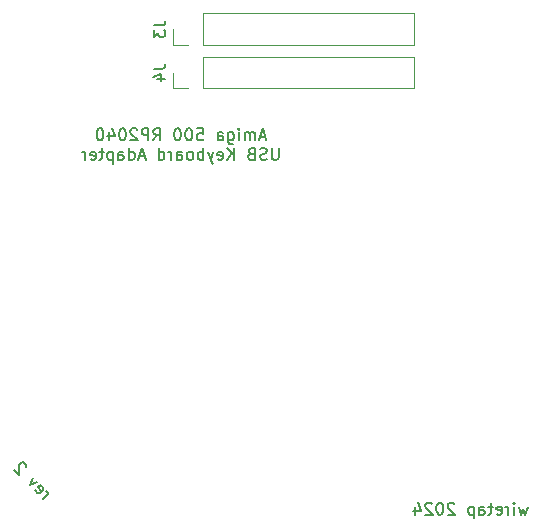
<source format=gbo>
G04 #@! TF.GenerationSoftware,KiCad,Pcbnew,(5.1.6)-1*
G04 #@! TF.CreationDate,2024-01-16T16:58:56-05:00*
G04 #@! TF.ProjectId,amiga-500-usb-kb-stamp,616d6967-612d-4353-9030-2d7573622d6b,rev?*
G04 #@! TF.SameCoordinates,Original*
G04 #@! TF.FileFunction,Legend,Bot*
G04 #@! TF.FilePolarity,Positive*
%FSLAX46Y46*%
G04 Gerber Fmt 4.6, Leading zero omitted, Abs format (unit mm)*
G04 Created by KiCad (PCBNEW (5.1.6)-1) date 2024-01-16 16:58:56*
%MOMM*%
%LPD*%
G01*
G04 APERTURE LIST*
%ADD10C,0.150000*%
%ADD11C,0.120000*%
%ADD12C,1.950000*%
%ADD13R,1.800000X1.800000*%
%ADD14O,1.800000X1.800000*%
%ADD15C,1.700000*%
%ADD16O,1.700000X1.700000*%
%ADD17O,1.450000X1.450000*%
%ADD18C,1.450000*%
G04 APERTURE END LIST*
D10*
X116733137Y-115594900D02*
X117204541Y-115123496D01*
X117069854Y-115258183D02*
X117103526Y-115157167D01*
X117103526Y-115089824D01*
X117069854Y-114988809D01*
X117002511Y-114921465D01*
X116059702Y-114854122D02*
X116093374Y-114955137D01*
X116228061Y-115089824D01*
X116329076Y-115123496D01*
X116430091Y-115089824D01*
X116699465Y-114820450D01*
X116733137Y-114719435D01*
X116699465Y-114618419D01*
X116564778Y-114483732D01*
X116463763Y-114450061D01*
X116362748Y-114483732D01*
X116295404Y-114551076D01*
X116564778Y-114955137D01*
X116228061Y-114147015D02*
X115588297Y-114450061D01*
X115891343Y-113810297D01*
X115285251Y-112867488D02*
X115285251Y-112800145D01*
X115251580Y-112699129D01*
X115083221Y-112530771D01*
X114982206Y-112497099D01*
X114914862Y-112497099D01*
X114813847Y-112530771D01*
X114746503Y-112598114D01*
X114679160Y-112732801D01*
X114679160Y-113540923D01*
X114241427Y-113103190D01*
X157741333Y-116244714D02*
X157550857Y-116911380D01*
X157360380Y-116435190D01*
X157169904Y-116911380D01*
X156979428Y-116244714D01*
X156598476Y-116911380D02*
X156598476Y-116244714D01*
X156598476Y-115911380D02*
X156646095Y-115959000D01*
X156598476Y-116006619D01*
X156550857Y-115959000D01*
X156598476Y-115911380D01*
X156598476Y-116006619D01*
X156122285Y-116911380D02*
X156122285Y-116244714D01*
X156122285Y-116435190D02*
X156074666Y-116339952D01*
X156027047Y-116292333D01*
X155931809Y-116244714D01*
X155836571Y-116244714D01*
X155122285Y-116863761D02*
X155217523Y-116911380D01*
X155408000Y-116911380D01*
X155503238Y-116863761D01*
X155550857Y-116768523D01*
X155550857Y-116387571D01*
X155503238Y-116292333D01*
X155408000Y-116244714D01*
X155217523Y-116244714D01*
X155122285Y-116292333D01*
X155074666Y-116387571D01*
X155074666Y-116482809D01*
X155550857Y-116578047D01*
X154788952Y-116244714D02*
X154408000Y-116244714D01*
X154646095Y-115911380D02*
X154646095Y-116768523D01*
X154598476Y-116863761D01*
X154503238Y-116911380D01*
X154408000Y-116911380D01*
X153646095Y-116911380D02*
X153646095Y-116387571D01*
X153693714Y-116292333D01*
X153788952Y-116244714D01*
X153979428Y-116244714D01*
X154074666Y-116292333D01*
X153646095Y-116863761D02*
X153741333Y-116911380D01*
X153979428Y-116911380D01*
X154074666Y-116863761D01*
X154122285Y-116768523D01*
X154122285Y-116673285D01*
X154074666Y-116578047D01*
X153979428Y-116530428D01*
X153741333Y-116530428D01*
X153646095Y-116482809D01*
X153169904Y-116244714D02*
X153169904Y-117244714D01*
X153169904Y-116292333D02*
X153074666Y-116244714D01*
X152884190Y-116244714D01*
X152788952Y-116292333D01*
X152741333Y-116339952D01*
X152693714Y-116435190D01*
X152693714Y-116720904D01*
X152741333Y-116816142D01*
X152788952Y-116863761D01*
X152884190Y-116911380D01*
X153074666Y-116911380D01*
X153169904Y-116863761D01*
X151550857Y-116006619D02*
X151503238Y-115959000D01*
X151408000Y-115911380D01*
X151169904Y-115911380D01*
X151074666Y-115959000D01*
X151027047Y-116006619D01*
X150979428Y-116101857D01*
X150979428Y-116197095D01*
X151027047Y-116339952D01*
X151598476Y-116911380D01*
X150979428Y-116911380D01*
X150360380Y-115911380D02*
X150265142Y-115911380D01*
X150169904Y-115959000D01*
X150122285Y-116006619D01*
X150074666Y-116101857D01*
X150027047Y-116292333D01*
X150027047Y-116530428D01*
X150074666Y-116720904D01*
X150122285Y-116816142D01*
X150169904Y-116863761D01*
X150265142Y-116911380D01*
X150360380Y-116911380D01*
X150455619Y-116863761D01*
X150503238Y-116816142D01*
X150550857Y-116720904D01*
X150598476Y-116530428D01*
X150598476Y-116292333D01*
X150550857Y-116101857D01*
X150503238Y-116006619D01*
X150455619Y-115959000D01*
X150360380Y-115911380D01*
X149646095Y-116006619D02*
X149598476Y-115959000D01*
X149503238Y-115911380D01*
X149265142Y-115911380D01*
X149169904Y-115959000D01*
X149122285Y-116006619D01*
X149074666Y-116101857D01*
X149074666Y-116197095D01*
X149122285Y-116339952D01*
X149693714Y-116911380D01*
X149074666Y-116911380D01*
X148217523Y-116244714D02*
X148217523Y-116911380D01*
X148455619Y-115863761D02*
X148693714Y-116578047D01*
X148074666Y-116578047D01*
X135539857Y-84939666D02*
X135063666Y-84939666D01*
X135635095Y-85225380D02*
X135301761Y-84225380D01*
X134968428Y-85225380D01*
X134635095Y-85225380D02*
X134635095Y-84558714D01*
X134635095Y-84653952D02*
X134587476Y-84606333D01*
X134492238Y-84558714D01*
X134349380Y-84558714D01*
X134254142Y-84606333D01*
X134206523Y-84701571D01*
X134206523Y-85225380D01*
X134206523Y-84701571D02*
X134158904Y-84606333D01*
X134063666Y-84558714D01*
X133920809Y-84558714D01*
X133825571Y-84606333D01*
X133777952Y-84701571D01*
X133777952Y-85225380D01*
X133301761Y-85225380D02*
X133301761Y-84558714D01*
X133301761Y-84225380D02*
X133349380Y-84273000D01*
X133301761Y-84320619D01*
X133254142Y-84273000D01*
X133301761Y-84225380D01*
X133301761Y-84320619D01*
X132397000Y-84558714D02*
X132397000Y-85368238D01*
X132444619Y-85463476D01*
X132492238Y-85511095D01*
X132587476Y-85558714D01*
X132730333Y-85558714D01*
X132825571Y-85511095D01*
X132397000Y-85177761D02*
X132492238Y-85225380D01*
X132682714Y-85225380D01*
X132777952Y-85177761D01*
X132825571Y-85130142D01*
X132873190Y-85034904D01*
X132873190Y-84749190D01*
X132825571Y-84653952D01*
X132777952Y-84606333D01*
X132682714Y-84558714D01*
X132492238Y-84558714D01*
X132397000Y-84606333D01*
X131492238Y-85225380D02*
X131492238Y-84701571D01*
X131539857Y-84606333D01*
X131635095Y-84558714D01*
X131825571Y-84558714D01*
X131920809Y-84606333D01*
X131492238Y-85177761D02*
X131587476Y-85225380D01*
X131825571Y-85225380D01*
X131920809Y-85177761D01*
X131968428Y-85082523D01*
X131968428Y-84987285D01*
X131920809Y-84892047D01*
X131825571Y-84844428D01*
X131587476Y-84844428D01*
X131492238Y-84796809D01*
X129777952Y-84225380D02*
X130254142Y-84225380D01*
X130301761Y-84701571D01*
X130254142Y-84653952D01*
X130158904Y-84606333D01*
X129920809Y-84606333D01*
X129825571Y-84653952D01*
X129777952Y-84701571D01*
X129730333Y-84796809D01*
X129730333Y-85034904D01*
X129777952Y-85130142D01*
X129825571Y-85177761D01*
X129920809Y-85225380D01*
X130158904Y-85225380D01*
X130254142Y-85177761D01*
X130301761Y-85130142D01*
X129111285Y-84225380D02*
X129016047Y-84225380D01*
X128920809Y-84273000D01*
X128873190Y-84320619D01*
X128825571Y-84415857D01*
X128777952Y-84606333D01*
X128777952Y-84844428D01*
X128825571Y-85034904D01*
X128873190Y-85130142D01*
X128920809Y-85177761D01*
X129016047Y-85225380D01*
X129111285Y-85225380D01*
X129206523Y-85177761D01*
X129254142Y-85130142D01*
X129301761Y-85034904D01*
X129349380Y-84844428D01*
X129349380Y-84606333D01*
X129301761Y-84415857D01*
X129254142Y-84320619D01*
X129206523Y-84273000D01*
X129111285Y-84225380D01*
X128158904Y-84225380D02*
X128063666Y-84225380D01*
X127968428Y-84273000D01*
X127920809Y-84320619D01*
X127873190Y-84415857D01*
X127825571Y-84606333D01*
X127825571Y-84844428D01*
X127873190Y-85034904D01*
X127920809Y-85130142D01*
X127968428Y-85177761D01*
X128063666Y-85225380D01*
X128158904Y-85225380D01*
X128254142Y-85177761D01*
X128301761Y-85130142D01*
X128349380Y-85034904D01*
X128397000Y-84844428D01*
X128397000Y-84606333D01*
X128349380Y-84415857D01*
X128301761Y-84320619D01*
X128254142Y-84273000D01*
X128158904Y-84225380D01*
X126063666Y-85225380D02*
X126397000Y-84749190D01*
X126635095Y-85225380D02*
X126635095Y-84225380D01*
X126254142Y-84225380D01*
X126158904Y-84273000D01*
X126111285Y-84320619D01*
X126063666Y-84415857D01*
X126063666Y-84558714D01*
X126111285Y-84653952D01*
X126158904Y-84701571D01*
X126254142Y-84749190D01*
X126635095Y-84749190D01*
X125635095Y-85225380D02*
X125635095Y-84225380D01*
X125254142Y-84225380D01*
X125158904Y-84273000D01*
X125111285Y-84320619D01*
X125063666Y-84415857D01*
X125063666Y-84558714D01*
X125111285Y-84653952D01*
X125158904Y-84701571D01*
X125254142Y-84749190D01*
X125635095Y-84749190D01*
X124682714Y-84320619D02*
X124635095Y-84273000D01*
X124539857Y-84225380D01*
X124301761Y-84225380D01*
X124206523Y-84273000D01*
X124158904Y-84320619D01*
X124111285Y-84415857D01*
X124111285Y-84511095D01*
X124158904Y-84653952D01*
X124730333Y-85225380D01*
X124111285Y-85225380D01*
X123492238Y-84225380D02*
X123397000Y-84225380D01*
X123301761Y-84273000D01*
X123254142Y-84320619D01*
X123206523Y-84415857D01*
X123158904Y-84606333D01*
X123158904Y-84844428D01*
X123206523Y-85034904D01*
X123254142Y-85130142D01*
X123301761Y-85177761D01*
X123397000Y-85225380D01*
X123492238Y-85225380D01*
X123587476Y-85177761D01*
X123635095Y-85130142D01*
X123682714Y-85034904D01*
X123730333Y-84844428D01*
X123730333Y-84606333D01*
X123682714Y-84415857D01*
X123635095Y-84320619D01*
X123587476Y-84273000D01*
X123492238Y-84225380D01*
X122301761Y-84558714D02*
X122301761Y-85225380D01*
X122539857Y-84177761D02*
X122777952Y-84892047D01*
X122158904Y-84892047D01*
X121587476Y-84225380D02*
X121492238Y-84225380D01*
X121397000Y-84273000D01*
X121349380Y-84320619D01*
X121301761Y-84415857D01*
X121254142Y-84606333D01*
X121254142Y-84844428D01*
X121301761Y-85034904D01*
X121349380Y-85130142D01*
X121397000Y-85177761D01*
X121492238Y-85225380D01*
X121587476Y-85225380D01*
X121682714Y-85177761D01*
X121730333Y-85130142D01*
X121777952Y-85034904D01*
X121825571Y-84844428D01*
X121825571Y-84606333D01*
X121777952Y-84415857D01*
X121730333Y-84320619D01*
X121682714Y-84273000D01*
X121587476Y-84225380D01*
X136658904Y-85875380D02*
X136658904Y-86684904D01*
X136611285Y-86780142D01*
X136563666Y-86827761D01*
X136468428Y-86875380D01*
X136277952Y-86875380D01*
X136182714Y-86827761D01*
X136135095Y-86780142D01*
X136087476Y-86684904D01*
X136087476Y-85875380D01*
X135658904Y-86827761D02*
X135516047Y-86875380D01*
X135277952Y-86875380D01*
X135182714Y-86827761D01*
X135135095Y-86780142D01*
X135087476Y-86684904D01*
X135087476Y-86589666D01*
X135135095Y-86494428D01*
X135182714Y-86446809D01*
X135277952Y-86399190D01*
X135468428Y-86351571D01*
X135563666Y-86303952D01*
X135611285Y-86256333D01*
X135658904Y-86161095D01*
X135658904Y-86065857D01*
X135611285Y-85970619D01*
X135563666Y-85923000D01*
X135468428Y-85875380D01*
X135230333Y-85875380D01*
X135087476Y-85923000D01*
X134325571Y-86351571D02*
X134182714Y-86399190D01*
X134135095Y-86446809D01*
X134087476Y-86542047D01*
X134087476Y-86684904D01*
X134135095Y-86780142D01*
X134182714Y-86827761D01*
X134277952Y-86875380D01*
X134658904Y-86875380D01*
X134658904Y-85875380D01*
X134325571Y-85875380D01*
X134230333Y-85923000D01*
X134182714Y-85970619D01*
X134135095Y-86065857D01*
X134135095Y-86161095D01*
X134182714Y-86256333D01*
X134230333Y-86303952D01*
X134325571Y-86351571D01*
X134658904Y-86351571D01*
X132897000Y-86875380D02*
X132897000Y-85875380D01*
X132325571Y-86875380D02*
X132754142Y-86303952D01*
X132325571Y-85875380D02*
X132897000Y-86446809D01*
X131516047Y-86827761D02*
X131611285Y-86875380D01*
X131801761Y-86875380D01*
X131897000Y-86827761D01*
X131944619Y-86732523D01*
X131944619Y-86351571D01*
X131897000Y-86256333D01*
X131801761Y-86208714D01*
X131611285Y-86208714D01*
X131516047Y-86256333D01*
X131468428Y-86351571D01*
X131468428Y-86446809D01*
X131944619Y-86542047D01*
X131135095Y-86208714D02*
X130897000Y-86875380D01*
X130658904Y-86208714D02*
X130897000Y-86875380D01*
X130992238Y-87113476D01*
X131039857Y-87161095D01*
X131135095Y-87208714D01*
X130277952Y-86875380D02*
X130277952Y-85875380D01*
X130277952Y-86256333D02*
X130182714Y-86208714D01*
X129992238Y-86208714D01*
X129897000Y-86256333D01*
X129849380Y-86303952D01*
X129801761Y-86399190D01*
X129801761Y-86684904D01*
X129849380Y-86780142D01*
X129897000Y-86827761D01*
X129992238Y-86875380D01*
X130182714Y-86875380D01*
X130277952Y-86827761D01*
X129230333Y-86875380D02*
X129325571Y-86827761D01*
X129373190Y-86780142D01*
X129420809Y-86684904D01*
X129420809Y-86399190D01*
X129373190Y-86303952D01*
X129325571Y-86256333D01*
X129230333Y-86208714D01*
X129087476Y-86208714D01*
X128992238Y-86256333D01*
X128944619Y-86303952D01*
X128897000Y-86399190D01*
X128897000Y-86684904D01*
X128944619Y-86780142D01*
X128992238Y-86827761D01*
X129087476Y-86875380D01*
X129230333Y-86875380D01*
X128039857Y-86875380D02*
X128039857Y-86351571D01*
X128087476Y-86256333D01*
X128182714Y-86208714D01*
X128373190Y-86208714D01*
X128468428Y-86256333D01*
X128039857Y-86827761D02*
X128135095Y-86875380D01*
X128373190Y-86875380D01*
X128468428Y-86827761D01*
X128516047Y-86732523D01*
X128516047Y-86637285D01*
X128468428Y-86542047D01*
X128373190Y-86494428D01*
X128135095Y-86494428D01*
X128039857Y-86446809D01*
X127563666Y-86875380D02*
X127563666Y-86208714D01*
X127563666Y-86399190D02*
X127516047Y-86303952D01*
X127468428Y-86256333D01*
X127373190Y-86208714D01*
X127277952Y-86208714D01*
X126516047Y-86875380D02*
X126516047Y-85875380D01*
X126516047Y-86827761D02*
X126611285Y-86875380D01*
X126801761Y-86875380D01*
X126897000Y-86827761D01*
X126944619Y-86780142D01*
X126992238Y-86684904D01*
X126992238Y-86399190D01*
X126944619Y-86303952D01*
X126897000Y-86256333D01*
X126801761Y-86208714D01*
X126611285Y-86208714D01*
X126516047Y-86256333D01*
X125325571Y-86589666D02*
X124849380Y-86589666D01*
X125420809Y-86875380D02*
X125087476Y-85875380D01*
X124754142Y-86875380D01*
X123992238Y-86875380D02*
X123992238Y-85875380D01*
X123992238Y-86827761D02*
X124087476Y-86875380D01*
X124277952Y-86875380D01*
X124373190Y-86827761D01*
X124420809Y-86780142D01*
X124468428Y-86684904D01*
X124468428Y-86399190D01*
X124420809Y-86303952D01*
X124373190Y-86256333D01*
X124277952Y-86208714D01*
X124087476Y-86208714D01*
X123992238Y-86256333D01*
X123087476Y-86875380D02*
X123087476Y-86351571D01*
X123135095Y-86256333D01*
X123230333Y-86208714D01*
X123420809Y-86208714D01*
X123516047Y-86256333D01*
X123087476Y-86827761D02*
X123182714Y-86875380D01*
X123420809Y-86875380D01*
X123516047Y-86827761D01*
X123563666Y-86732523D01*
X123563666Y-86637285D01*
X123516047Y-86542047D01*
X123420809Y-86494428D01*
X123182714Y-86494428D01*
X123087476Y-86446809D01*
X122611285Y-86208714D02*
X122611285Y-87208714D01*
X122611285Y-86256333D02*
X122516047Y-86208714D01*
X122325571Y-86208714D01*
X122230333Y-86256333D01*
X122182714Y-86303952D01*
X122135095Y-86399190D01*
X122135095Y-86684904D01*
X122182714Y-86780142D01*
X122230333Y-86827761D01*
X122325571Y-86875380D01*
X122516047Y-86875380D01*
X122611285Y-86827761D01*
X121849380Y-86208714D02*
X121468428Y-86208714D01*
X121706523Y-85875380D02*
X121706523Y-86732523D01*
X121658904Y-86827761D01*
X121563666Y-86875380D01*
X121468428Y-86875380D01*
X120754142Y-86827761D02*
X120849380Y-86875380D01*
X121039857Y-86875380D01*
X121135095Y-86827761D01*
X121182714Y-86732523D01*
X121182714Y-86351571D01*
X121135095Y-86256333D01*
X121039857Y-86208714D01*
X120849380Y-86208714D01*
X120754142Y-86256333D01*
X120706523Y-86351571D01*
X120706523Y-86446809D01*
X121182714Y-86542047D01*
X120277952Y-86875380D02*
X120277952Y-86208714D01*
X120277952Y-86399190D02*
X120230333Y-86303952D01*
X120182714Y-86256333D01*
X120087476Y-86208714D01*
X119992238Y-86208714D01*
D11*
X127702000Y-75819000D02*
X127702000Y-77149000D01*
X127702000Y-77149000D02*
X129032000Y-77149000D01*
X130302000Y-77149000D02*
X148142000Y-77149000D01*
X148142000Y-74489000D02*
X148142000Y-77149000D01*
X130302000Y-74489000D02*
X148142000Y-74489000D01*
X130302000Y-74489000D02*
X130302000Y-77149000D01*
X130302000Y-78172000D02*
X130302000Y-80832000D01*
X130302000Y-78172000D02*
X148142000Y-78172000D01*
X148142000Y-78172000D02*
X148142000Y-80832000D01*
X130302000Y-80832000D02*
X148142000Y-80832000D01*
X127702000Y-80832000D02*
X129032000Y-80832000D01*
X127702000Y-79502000D02*
X127702000Y-80832000D01*
D10*
X126071380Y-75485666D02*
X126785666Y-75485666D01*
X126928523Y-75438047D01*
X127023761Y-75342809D01*
X127071380Y-75199952D01*
X127071380Y-75104714D01*
X126071380Y-75866619D02*
X126071380Y-76485666D01*
X126452333Y-76152333D01*
X126452333Y-76295190D01*
X126499952Y-76390428D01*
X126547571Y-76438047D01*
X126642809Y-76485666D01*
X126880904Y-76485666D01*
X126976142Y-76438047D01*
X127023761Y-76390428D01*
X127071380Y-76295190D01*
X127071380Y-76009476D01*
X127023761Y-75914238D01*
X126976142Y-75866619D01*
X126071380Y-79168666D02*
X126785666Y-79168666D01*
X126928523Y-79121047D01*
X127023761Y-79025809D01*
X127071380Y-78882952D01*
X127071380Y-78787714D01*
X126404714Y-80073428D02*
X127071380Y-80073428D01*
X126023761Y-79835333D02*
X126738047Y-79597238D01*
X126738047Y-80216285D01*
%LPC*%
D12*
X124479000Y-76200000D03*
X117329000Y-76200000D03*
D13*
X113538000Y-89916000D03*
D14*
X113538000Y-87376000D03*
X113538000Y-84836000D03*
X113538000Y-82296000D03*
D13*
X129032000Y-75819000D03*
D14*
X131572000Y-75819000D03*
X134112000Y-75819000D03*
X136652000Y-75819000D03*
X139192000Y-75819000D03*
X141732000Y-75819000D03*
X144272000Y-75819000D03*
X146812000Y-75819000D03*
X146812000Y-79502000D03*
X144272000Y-79502000D03*
X141732000Y-79502000D03*
X139192000Y-79502000D03*
X136652000Y-79502000D03*
X134112000Y-79502000D03*
X131572000Y-79502000D03*
D13*
X129032000Y-79502000D03*
X115062000Y-94615000D03*
D14*
X115062000Y-97155000D03*
X115062000Y-99695000D03*
X115062000Y-102235000D03*
D13*
X147193000Y-84455000D03*
D14*
X147193000Y-86995000D03*
X147193000Y-89535000D03*
X147193000Y-92075000D03*
X147193000Y-94615000D03*
X147193000Y-97155000D03*
D13*
X142367000Y-86995000D03*
D14*
X142367000Y-84455000D03*
D15*
X147193000Y-108966000D03*
D16*
X147193000Y-101346000D03*
X150495000Y-101346000D03*
D15*
X150495000Y-108966000D03*
D17*
X142318000Y-94759000D03*
X142318000Y-96759000D03*
X142318000Y-98759000D03*
X142318000Y-100759000D03*
X142318000Y-102759000D03*
X142318000Y-104759000D03*
X142318000Y-106759000D03*
X142318000Y-108759000D03*
X142318000Y-110759000D03*
X142318000Y-112759000D03*
X140318000Y-114759000D03*
X138318000Y-114759000D03*
X136318000Y-114759000D03*
X134318000Y-114759000D03*
X132318000Y-114759000D03*
X130318000Y-114759000D03*
X128318000Y-114759000D03*
X126318000Y-114759000D03*
X124318000Y-114759000D03*
X122318000Y-114759000D03*
X120318000Y-112759000D03*
X120318000Y-110759000D03*
X120318000Y-108759000D03*
X120318000Y-106759000D03*
X120318000Y-104759000D03*
X120318000Y-102759000D03*
X120318000Y-100759000D03*
X120318000Y-98759000D03*
X120318000Y-96759000D03*
X120318000Y-94759000D03*
X122318000Y-92759000D03*
X124318000Y-92759000D03*
X126318000Y-92759000D03*
X128318000Y-92759000D03*
X130318000Y-92759000D03*
X132318000Y-92759000D03*
X134318000Y-92759000D03*
X136318000Y-92759000D03*
X138318000Y-92759000D03*
D18*
X140318000Y-92759000D03*
D13*
X153924000Y-111633000D03*
D14*
X153924000Y-114173000D03*
X153924000Y-106807000D03*
D13*
X153924000Y-104267000D03*
M02*

</source>
